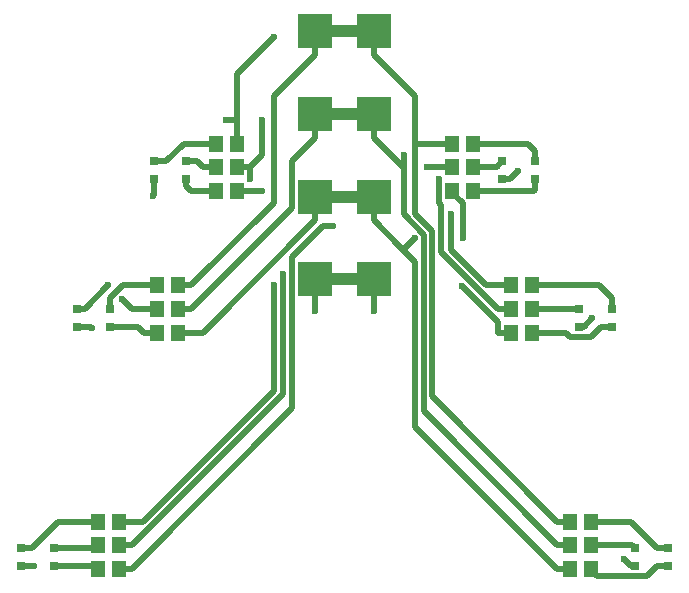
<source format=gtl>
G04 #@! TF.FileFunction,Copper,L1,Top,Signal*
%FSLAX46Y46*%
G04 Gerber Fmt 4.6, Leading zero omitted, Abs format (unit mm)*
G04 Created by KiCad (PCBNEW 4.0.0-rc1-stable) date 15/10/2016 23:53:53*
%MOMM*%
G01*
G04 APERTURE LIST*
%ADD10C,0.100000*%
%ADD11R,0.800000X0.800000*%
%ADD12R,1.150000X1.450000*%
%ADD13R,3.000000X3.000000*%
%ADD14C,0.600000*%
%ADD15C,0.500000*%
%ADD16C,1.000000*%
G04 APERTURE END LIST*
D10*
D11*
X35375000Y-147250000D03*
X32625000Y-147250000D03*
X32625000Y-148750000D03*
X35375000Y-148750000D03*
X82625000Y-127000000D03*
X79875000Y-127000000D03*
X79875000Y-128500000D03*
X82625000Y-128500000D03*
X46625000Y-114500000D03*
X43875000Y-114500000D03*
X43875000Y-116000000D03*
X46625000Y-116000000D03*
X87375000Y-147250000D03*
X84625000Y-147250000D03*
X84625000Y-148750000D03*
X87375000Y-148750000D03*
X40125000Y-127000000D03*
X37375000Y-127000000D03*
X37375000Y-128500000D03*
X40125000Y-128500000D03*
X76125000Y-114500000D03*
X73375000Y-114500000D03*
X73375000Y-116000000D03*
X76125000Y-116000000D03*
D12*
X39100000Y-145000000D03*
X40900000Y-145000000D03*
X75900000Y-127000000D03*
X74100000Y-127000000D03*
X39100000Y-147000000D03*
X40900000Y-147000000D03*
X75900000Y-125000000D03*
X74100000Y-125000000D03*
X39100000Y-149000000D03*
X40900000Y-149000000D03*
X75900000Y-129000000D03*
X74100000Y-129000000D03*
X49100000Y-113000000D03*
X50900000Y-113000000D03*
X49100000Y-115000000D03*
X50900000Y-115000000D03*
X49100000Y-117000000D03*
X50900000Y-117000000D03*
X80900000Y-147000000D03*
X79100000Y-147000000D03*
X44100000Y-127000000D03*
X45900000Y-127000000D03*
X80900000Y-145000000D03*
X79100000Y-145000000D03*
X44100000Y-125000000D03*
X45900000Y-125000000D03*
X80900000Y-149000000D03*
X79100000Y-149000000D03*
X44100000Y-129000000D03*
X45900000Y-129000000D03*
X70900000Y-115000000D03*
X69100000Y-115000000D03*
X70900000Y-113000000D03*
X69100000Y-113000000D03*
X70900000Y-117000000D03*
X69100000Y-117000000D03*
D13*
X62500000Y-103500000D03*
X62500000Y-110500000D03*
X62500000Y-117500000D03*
X62500000Y-124500000D03*
X57500000Y-124500000D03*
X57500000Y-117500000D03*
X57500000Y-110500000D03*
X57500000Y-103500000D03*
D14*
X57500000Y-127200000D03*
X62500000Y-127200000D03*
X38600000Y-128600000D03*
X43800000Y-117400000D03*
X33700000Y-148800000D03*
X83700000Y-148200000D03*
X81000000Y-127800000D03*
X74700000Y-115300000D03*
X41142837Y-126142837D03*
X40000000Y-125000000D03*
X50000000Y-111000000D03*
X54000000Y-125000000D03*
X68000000Y-116000000D03*
X54000000Y-104000000D03*
X52000000Y-116000000D03*
X54799989Y-124000000D03*
X69000000Y-119000000D03*
X53000000Y-111000000D03*
X59000000Y-120000000D03*
X69982163Y-125017837D03*
X53000000Y-117000000D03*
X65030337Y-113969663D03*
X67000000Y-115000000D03*
X65950000Y-121030337D03*
X70000000Y-121000000D03*
D15*
X35375000Y-147250000D02*
X38850000Y-147250000D01*
X38850000Y-147250000D02*
X39100000Y-147000000D01*
X32625000Y-147250000D02*
X33525000Y-147250000D01*
X33525000Y-147250000D02*
X35775000Y-145000000D01*
X35775000Y-145000000D02*
X38025000Y-145000000D01*
X38025000Y-145000000D02*
X39100000Y-145000000D01*
X57500000Y-126700000D02*
X57500000Y-127200000D01*
X62500000Y-126600000D02*
X62500000Y-127200000D01*
X57500000Y-126700000D02*
X57500000Y-124500000D01*
X62500000Y-124500000D02*
X62500000Y-126600000D01*
X37375000Y-128500000D02*
X38500000Y-128500000D01*
X38500000Y-128500000D02*
X38600000Y-128600000D01*
X43875000Y-116000000D02*
X43875000Y-117325000D01*
X43875000Y-117325000D02*
X43800000Y-117400000D01*
X32625000Y-148750000D02*
X33650000Y-148750000D01*
X33650000Y-148750000D02*
X33700000Y-148800000D01*
X84625000Y-148750000D02*
X84250000Y-148750000D01*
X84250000Y-148750000D02*
X83700000Y-148200000D01*
X79875000Y-128500000D02*
X80300000Y-128500000D01*
X80300000Y-128500000D02*
X81000000Y-127800000D01*
X73375000Y-116000000D02*
X74000000Y-116000000D01*
X74000000Y-116000000D02*
X74700000Y-115300000D01*
D16*
X57500000Y-124500000D02*
X62500000Y-124500000D01*
D15*
X35375000Y-148750000D02*
X38850000Y-148750000D01*
X38850000Y-148750000D02*
X39100000Y-149000000D01*
X75900000Y-125000000D02*
X81525000Y-125000000D01*
X81525000Y-125000000D02*
X82625000Y-126100000D01*
X82625000Y-126100000D02*
X82625000Y-127000000D01*
X79875000Y-127000000D02*
X75900000Y-127000000D01*
X75900000Y-129000000D02*
X78764998Y-129000000D01*
X78764998Y-129000000D02*
X79114999Y-129350001D01*
X79114999Y-129350001D02*
X80874999Y-129350001D01*
X80874999Y-129350001D02*
X81725000Y-128500000D01*
X81725000Y-128500000D02*
X82625000Y-128500000D01*
X46625000Y-114500000D02*
X47525000Y-114500000D01*
X47525000Y-114500000D02*
X48025000Y-115000000D01*
X48025000Y-115000000D02*
X49100000Y-115000000D01*
X46400000Y-113000000D02*
X44900000Y-114500000D01*
X44900000Y-114500000D02*
X43875000Y-114500000D01*
X49100000Y-113000000D02*
X46400000Y-113000000D01*
X46625000Y-116625000D02*
X47000000Y-117000000D01*
X47000000Y-117000000D02*
X49100000Y-117000000D01*
X46625000Y-116000000D02*
X46625000Y-116625000D01*
X87375000Y-147250000D02*
X86475000Y-147250000D01*
X86475000Y-147250000D02*
X84225000Y-145000000D01*
X84225000Y-145000000D02*
X81975000Y-145000000D01*
X81975000Y-145000000D02*
X80900000Y-145000000D01*
X80900000Y-147000000D02*
X84375000Y-147000000D01*
X84375000Y-147000000D02*
X84625000Y-147250000D01*
X80900000Y-149000000D02*
X80900000Y-149150000D01*
X80900000Y-149150000D02*
X81350001Y-149600001D01*
X81350001Y-149600001D02*
X85624999Y-149600001D01*
X85624999Y-149600001D02*
X86475000Y-148750000D01*
X86475000Y-148750000D02*
X87375000Y-148750000D01*
X40125000Y-127000000D02*
X40125000Y-126100000D01*
X40125000Y-126100000D02*
X41225000Y-125000000D01*
X43025000Y-125000000D02*
X44100000Y-125000000D01*
X41225000Y-125000000D02*
X43025000Y-125000000D01*
X42000000Y-127000000D02*
X44100000Y-127000000D01*
X41142837Y-126142837D02*
X42000000Y-127000000D01*
X38000000Y-127000000D02*
X40000000Y-125000000D01*
X37375000Y-127000000D02*
X38000000Y-127000000D01*
X42500000Y-128500000D02*
X43000000Y-129000000D01*
X43000000Y-129000000D02*
X44100000Y-129000000D01*
X40125000Y-128500000D02*
X42500000Y-128500000D01*
X70900000Y-113000000D02*
X75525000Y-113000000D01*
X75525000Y-113000000D02*
X76125000Y-113600000D01*
X76125000Y-113600000D02*
X76125000Y-114500000D01*
X70900000Y-115000000D02*
X72875000Y-115000000D01*
X72875000Y-115000000D02*
X73375000Y-114500000D01*
X70900000Y-117000000D02*
X76025000Y-117000000D01*
X76025000Y-117000000D02*
X76125000Y-116900000D01*
X76125000Y-116900000D02*
X76125000Y-116000000D01*
X50000000Y-111000000D02*
X50800000Y-111000000D01*
X50800000Y-111000000D02*
X50900000Y-111100000D01*
X50916489Y-107083511D02*
X54000000Y-104000000D01*
X50900000Y-111100000D02*
X50900000Y-107100000D01*
X50900000Y-107100000D02*
X50916489Y-107083511D01*
X50900000Y-113000000D02*
X50900000Y-111100000D01*
X54000000Y-133985038D02*
X54000000Y-125000000D01*
X42985038Y-145000000D02*
X54000000Y-133985038D01*
X40900000Y-145000000D02*
X42985038Y-145000000D01*
X74100000Y-127000000D02*
X73025000Y-127000000D01*
X73025000Y-127000000D02*
X68164999Y-122139999D01*
X68164999Y-122139999D02*
X68164999Y-118175001D01*
X68164999Y-118175001D02*
X68000000Y-118010002D01*
X68000000Y-118010002D02*
X68000000Y-116000000D01*
X52000000Y-116000000D02*
X52000000Y-115025000D01*
X52000000Y-115025000D02*
X51975000Y-115000000D01*
X40900000Y-147000000D02*
X41975000Y-147000000D01*
X41975000Y-147000000D02*
X54799989Y-134175011D01*
X54799989Y-134175011D02*
X54799989Y-124000000D01*
X69000000Y-119000000D02*
X69000000Y-121985038D01*
X69000000Y-121985038D02*
X72014962Y-125000000D01*
X72014962Y-125000000D02*
X74100000Y-125000000D01*
X74100000Y-125000000D02*
X74100000Y-124850000D01*
X50900000Y-115000000D02*
X51975000Y-115000000D01*
X51975000Y-115000000D02*
X53000000Y-113975000D01*
X53000000Y-113975000D02*
X53000000Y-111000000D01*
X40900000Y-149000000D02*
X41975000Y-149000000D01*
X41975000Y-149000000D02*
X55549999Y-135425001D01*
X55549999Y-135425001D02*
X55549999Y-122639999D01*
X58189998Y-120000000D02*
X59000000Y-120000000D01*
X55549999Y-122639999D02*
X58189998Y-120000000D01*
X73025000Y-129000000D02*
X73025000Y-128060674D01*
X73025000Y-128060674D02*
X69982163Y-125017837D01*
X74100000Y-129000000D02*
X73025000Y-129000000D01*
X50900000Y-117000000D02*
X53000000Y-117000000D01*
X65030337Y-113969663D02*
X65030337Y-114969663D01*
X65030337Y-114969663D02*
X65000000Y-115000000D01*
X45900000Y-127000000D02*
X46975000Y-127000000D01*
X46975000Y-127000000D02*
X55549999Y-118425001D01*
X55549999Y-118425001D02*
X55549999Y-114450001D01*
X55549999Y-114450001D02*
X57500000Y-112500000D01*
X57500000Y-112500000D02*
X57500000Y-110500000D01*
X65000000Y-115000000D02*
X64882145Y-114882145D01*
X64882145Y-114882145D02*
X62500000Y-112500000D01*
X69100000Y-115000000D02*
X67000000Y-115000000D01*
X65000000Y-119000000D02*
X65000000Y-115000000D01*
X62500000Y-112500000D02*
X62500000Y-110500000D01*
X66700010Y-120700010D02*
X65000000Y-119000000D01*
X79100000Y-147000000D02*
X78025000Y-147000000D01*
X78025000Y-147000000D02*
X66700010Y-135675010D01*
X66700010Y-135675010D02*
X66700010Y-120700010D01*
D16*
X57500000Y-110500000D02*
X62500000Y-110500000D01*
D15*
X54000000Y-118000000D02*
X54000000Y-109000000D01*
X54000000Y-109000000D02*
X57500000Y-105500000D01*
X57500000Y-105500000D02*
X57500000Y-103500000D01*
X47000000Y-125000000D02*
X54000000Y-118000000D01*
X45900000Y-125000000D02*
X47000000Y-125000000D01*
X65980216Y-118980216D02*
X65980216Y-113002016D01*
X65980216Y-113002016D02*
X65980216Y-108980216D01*
X67612322Y-113000000D02*
X65982232Y-113000000D01*
X65982232Y-113000000D02*
X65980216Y-113002016D01*
X62500000Y-105500000D02*
X65980216Y-108980216D01*
X67400020Y-120400020D02*
X65980216Y-118980216D01*
X67400020Y-134382584D02*
X67400020Y-120400020D01*
X69100000Y-113000000D02*
X67612322Y-113000000D01*
X62500000Y-103500000D02*
X62500000Y-105500000D01*
X67400020Y-134382584D02*
X78017436Y-145000000D01*
X78017436Y-145000000D02*
X79100000Y-145000000D01*
D16*
X57500000Y-103500000D02*
X62500000Y-103500000D01*
D15*
X66000000Y-123000000D02*
X64814855Y-121814855D01*
X64814855Y-121814855D02*
X62500000Y-119500000D01*
X65950000Y-121030337D02*
X65165482Y-121814855D01*
X65165482Y-121814855D02*
X64814855Y-121814855D01*
X69100000Y-117000000D02*
X69100000Y-117150000D01*
X69100000Y-117150000D02*
X70000000Y-118050000D01*
X70000000Y-118050000D02*
X70000000Y-121000000D01*
X45900000Y-129000000D02*
X48000000Y-129000000D01*
X48000000Y-129000000D02*
X57500000Y-119500000D01*
X57500000Y-119500000D02*
X57500000Y-117500000D01*
X66000000Y-136975000D02*
X66000000Y-123000000D01*
X62500000Y-119500000D02*
X62500000Y-117500000D01*
X79100000Y-149000000D02*
X78025000Y-149000000D01*
X78025000Y-149000000D02*
X66000000Y-136975000D01*
X63000000Y-117000000D02*
X62500000Y-117500000D01*
D16*
X57500000Y-117500000D02*
X62500000Y-117500000D01*
M02*

</source>
